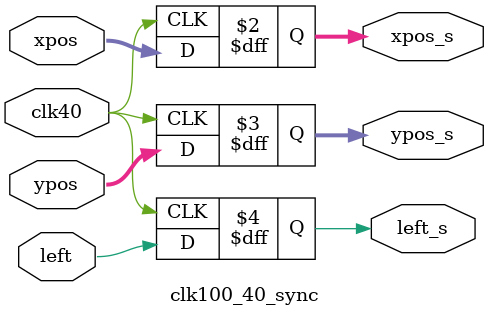
<source format=sv>
`timescale 1 ns / 1 ps

module clk100_40_sync (
    input logic [11:0]xpos,
    input logic [11:0]ypos,
    input logic left,
    input logic clk40,
    output logic [11:0]xpos_s,
    output logic [11:0]ypos_s,
    output logic left_s
);

always_ff @(posedge clk40) begin
    xpos_s <= xpos;
    ypos_s <= ypos;
    left_s <= left;

end

endmodule
</source>
